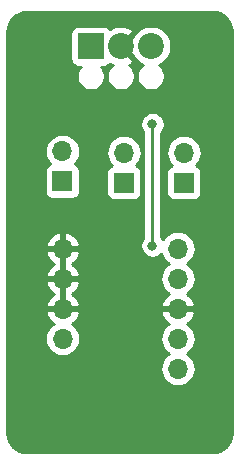
<source format=gbl>
G04 #@! TF.GenerationSoftware,KiCad,Pcbnew,(5.1.0)-1*
G04 #@! TF.CreationDate,2019-04-03T20:49:52-04:00*
G04 #@! TF.ProjectId,3wireducer_daughter,33776972-6564-4756-9365-725f64617567,rev?*
G04 #@! TF.SameCoordinates,Original*
G04 #@! TF.FileFunction,Copper,L2,Bot*
G04 #@! TF.FilePolarity,Positive*
%FSLAX46Y46*%
G04 Gerber Fmt 4.6, Leading zero omitted, Abs format (unit mm)*
G04 Created by KiCad (PCBNEW (5.1.0)-1) date 2019-04-03 20:49:52*
%MOMM*%
%LPD*%
G04 APERTURE LIST*
%ADD10O,1.700000X1.700000*%
%ADD11R,2.200000X2.200000*%
%ADD12C,2.200000*%
%ADD13R,1.700000X1.700000*%
%ADD14C,0.800000*%
%ADD15C,0.250000*%
%ADD16C,0.254000*%
G04 APERTURE END LIST*
D10*
X148590000Y-101473000D03*
X138830000Y-98933000D03*
X148590000Y-98933000D03*
X138830000Y-96393000D03*
X148590000Y-96393000D03*
X138830000Y-93853000D03*
X148590000Y-93853000D03*
X138830000Y-91313000D03*
X148590000Y-91313000D03*
D11*
X141224000Y-74168000D03*
D12*
X143764000Y-74168000D03*
X146304000Y-74168000D03*
D13*
X149098000Y-85725000D03*
D10*
X149098000Y-83185000D03*
X144018000Y-83185000D03*
D13*
X144018000Y-85725000D03*
X138811000Y-85598000D03*
D10*
X138811000Y-83058000D03*
D14*
X145034000Y-100076000D03*
X141605000Y-100076000D03*
X146431000Y-91059000D03*
X146431000Y-80772000D03*
D15*
X146431000Y-91059000D02*
X146431000Y-80772000D01*
D16*
G36*
X151826210Y-71306072D02*
G01*
X152129413Y-71397614D01*
X152409064Y-71546307D01*
X152654505Y-71746484D01*
X152856391Y-71990521D01*
X153007031Y-72269125D01*
X153100690Y-72571688D01*
X153137000Y-72917158D01*
X153137001Y-106901711D01*
X153102928Y-107249209D01*
X153011384Y-107552417D01*
X152862693Y-107832063D01*
X152662516Y-108077505D01*
X152418476Y-108279392D01*
X152139875Y-108430031D01*
X151837313Y-108523690D01*
X151491842Y-108560000D01*
X135795279Y-108560000D01*
X135447791Y-108525928D01*
X135144583Y-108434384D01*
X134864937Y-108285693D01*
X134619495Y-108085516D01*
X134417608Y-107841476D01*
X134266969Y-107562875D01*
X134173310Y-107260313D01*
X134137000Y-106914842D01*
X134137000Y-98933000D01*
X137337815Y-98933000D01*
X137366487Y-99224111D01*
X137451401Y-99504034D01*
X137589294Y-99762014D01*
X137774866Y-99988134D01*
X138000986Y-100173706D01*
X138258966Y-100311599D01*
X138538889Y-100396513D01*
X138757050Y-100418000D01*
X138902950Y-100418000D01*
X139121111Y-100396513D01*
X139401034Y-100311599D01*
X139659014Y-100173706D01*
X139885134Y-99988134D01*
X140070706Y-99762014D01*
X140208599Y-99504034D01*
X140293513Y-99224111D01*
X140322185Y-98933000D01*
X147097815Y-98933000D01*
X147126487Y-99224111D01*
X147211401Y-99504034D01*
X147349294Y-99762014D01*
X147534866Y-99988134D01*
X147760986Y-100173706D01*
X147815791Y-100203000D01*
X147760986Y-100232294D01*
X147534866Y-100417866D01*
X147349294Y-100643986D01*
X147211401Y-100901966D01*
X147126487Y-101181889D01*
X147097815Y-101473000D01*
X147126487Y-101764111D01*
X147211401Y-102044034D01*
X147349294Y-102302014D01*
X147534866Y-102528134D01*
X147760986Y-102713706D01*
X148018966Y-102851599D01*
X148298889Y-102936513D01*
X148517050Y-102958000D01*
X148662950Y-102958000D01*
X148881111Y-102936513D01*
X149161034Y-102851599D01*
X149419014Y-102713706D01*
X149645134Y-102528134D01*
X149830706Y-102302014D01*
X149968599Y-102044034D01*
X150053513Y-101764111D01*
X150082185Y-101473000D01*
X150053513Y-101181889D01*
X149968599Y-100901966D01*
X149830706Y-100643986D01*
X149645134Y-100417866D01*
X149419014Y-100232294D01*
X149364209Y-100203000D01*
X149419014Y-100173706D01*
X149645134Y-99988134D01*
X149830706Y-99762014D01*
X149968599Y-99504034D01*
X150053513Y-99224111D01*
X150082185Y-98933000D01*
X150053513Y-98641889D01*
X149968599Y-98361966D01*
X149830706Y-98103986D01*
X149645134Y-97877866D01*
X149419014Y-97692294D01*
X149354477Y-97657799D01*
X149471355Y-97588178D01*
X149687588Y-97393269D01*
X149861641Y-97159920D01*
X149986825Y-96897099D01*
X150031476Y-96749890D01*
X149910155Y-96520000D01*
X148717000Y-96520000D01*
X148717000Y-96540000D01*
X148463000Y-96540000D01*
X148463000Y-96520000D01*
X147269845Y-96520000D01*
X147148524Y-96749890D01*
X147193175Y-96897099D01*
X147318359Y-97159920D01*
X147492412Y-97393269D01*
X147708645Y-97588178D01*
X147825523Y-97657799D01*
X147760986Y-97692294D01*
X147534866Y-97877866D01*
X147349294Y-98103986D01*
X147211401Y-98361966D01*
X147126487Y-98641889D01*
X147097815Y-98933000D01*
X140322185Y-98933000D01*
X140293513Y-98641889D01*
X140208599Y-98361966D01*
X140070706Y-98103986D01*
X139885134Y-97877866D01*
X139659014Y-97692294D01*
X139594477Y-97657799D01*
X139711355Y-97588178D01*
X139927588Y-97393269D01*
X140101641Y-97159920D01*
X140226825Y-96897099D01*
X140271476Y-96749890D01*
X140150155Y-96520000D01*
X138957000Y-96520000D01*
X138957000Y-96540000D01*
X138703000Y-96540000D01*
X138703000Y-96520000D01*
X137509845Y-96520000D01*
X137388524Y-96749890D01*
X137433175Y-96897099D01*
X137558359Y-97159920D01*
X137732412Y-97393269D01*
X137948645Y-97588178D01*
X138065523Y-97657799D01*
X138000986Y-97692294D01*
X137774866Y-97877866D01*
X137589294Y-98103986D01*
X137451401Y-98361966D01*
X137366487Y-98641889D01*
X137337815Y-98933000D01*
X134137000Y-98933000D01*
X134137000Y-94209890D01*
X137388524Y-94209890D01*
X137433175Y-94357099D01*
X137558359Y-94619920D01*
X137732412Y-94853269D01*
X137948645Y-95048178D01*
X138074255Y-95123000D01*
X137948645Y-95197822D01*
X137732412Y-95392731D01*
X137558359Y-95626080D01*
X137433175Y-95888901D01*
X137388524Y-96036110D01*
X137509845Y-96266000D01*
X138703000Y-96266000D01*
X138703000Y-93980000D01*
X138957000Y-93980000D01*
X138957000Y-96266000D01*
X140150155Y-96266000D01*
X140271476Y-96036110D01*
X140226825Y-95888901D01*
X140101641Y-95626080D01*
X139927588Y-95392731D01*
X139711355Y-95197822D01*
X139585745Y-95123000D01*
X139711355Y-95048178D01*
X139927588Y-94853269D01*
X140101641Y-94619920D01*
X140226825Y-94357099D01*
X140271476Y-94209890D01*
X140150155Y-93980000D01*
X138957000Y-93980000D01*
X138703000Y-93980000D01*
X137509845Y-93980000D01*
X137388524Y-94209890D01*
X134137000Y-94209890D01*
X134137000Y-91669890D01*
X137388524Y-91669890D01*
X137433175Y-91817099D01*
X137558359Y-92079920D01*
X137732412Y-92313269D01*
X137948645Y-92508178D01*
X138074255Y-92583000D01*
X137948645Y-92657822D01*
X137732412Y-92852731D01*
X137558359Y-93086080D01*
X137433175Y-93348901D01*
X137388524Y-93496110D01*
X137509845Y-93726000D01*
X138703000Y-93726000D01*
X138703000Y-91440000D01*
X138957000Y-91440000D01*
X138957000Y-93726000D01*
X140150155Y-93726000D01*
X140271476Y-93496110D01*
X140226825Y-93348901D01*
X140101641Y-93086080D01*
X139927588Y-92852731D01*
X139711355Y-92657822D01*
X139585745Y-92583000D01*
X139711355Y-92508178D01*
X139927588Y-92313269D01*
X140101641Y-92079920D01*
X140226825Y-91817099D01*
X140271476Y-91669890D01*
X140150155Y-91440000D01*
X138957000Y-91440000D01*
X138703000Y-91440000D01*
X137509845Y-91440000D01*
X137388524Y-91669890D01*
X134137000Y-91669890D01*
X134137000Y-90956110D01*
X137388524Y-90956110D01*
X137509845Y-91186000D01*
X138703000Y-91186000D01*
X138703000Y-89992186D01*
X138957000Y-89992186D01*
X138957000Y-91186000D01*
X140150155Y-91186000D01*
X140271476Y-90956110D01*
X140226825Y-90808901D01*
X140101641Y-90546080D01*
X139927588Y-90312731D01*
X139711355Y-90117822D01*
X139461252Y-89968843D01*
X139186891Y-89871519D01*
X138957000Y-89992186D01*
X138703000Y-89992186D01*
X138473109Y-89871519D01*
X138198748Y-89968843D01*
X137948645Y-90117822D01*
X137732412Y-90312731D01*
X137558359Y-90546080D01*
X137433175Y-90808901D01*
X137388524Y-90956110D01*
X134137000Y-90956110D01*
X134137000Y-83058000D01*
X137318815Y-83058000D01*
X137347487Y-83349111D01*
X137432401Y-83629034D01*
X137570294Y-83887014D01*
X137755866Y-84113134D01*
X137785687Y-84137607D01*
X137716820Y-84158498D01*
X137606506Y-84217463D01*
X137509815Y-84296815D01*
X137430463Y-84393506D01*
X137371498Y-84503820D01*
X137335188Y-84623518D01*
X137322928Y-84748000D01*
X137322928Y-86448000D01*
X137335188Y-86572482D01*
X137371498Y-86692180D01*
X137430463Y-86802494D01*
X137509815Y-86899185D01*
X137606506Y-86978537D01*
X137716820Y-87037502D01*
X137836518Y-87073812D01*
X137961000Y-87086072D01*
X139661000Y-87086072D01*
X139785482Y-87073812D01*
X139905180Y-87037502D01*
X140015494Y-86978537D01*
X140112185Y-86899185D01*
X140191537Y-86802494D01*
X140250502Y-86692180D01*
X140286812Y-86572482D01*
X140299072Y-86448000D01*
X140299072Y-84748000D01*
X140286812Y-84623518D01*
X140250502Y-84503820D01*
X140191537Y-84393506D01*
X140112185Y-84296815D01*
X140015494Y-84217463D01*
X139905180Y-84158498D01*
X139836313Y-84137607D01*
X139866134Y-84113134D01*
X140051706Y-83887014D01*
X140189599Y-83629034D01*
X140274513Y-83349111D01*
X140290676Y-83185000D01*
X142525815Y-83185000D01*
X142554487Y-83476111D01*
X142639401Y-83756034D01*
X142777294Y-84014014D01*
X142962866Y-84240134D01*
X142992687Y-84264607D01*
X142923820Y-84285498D01*
X142813506Y-84344463D01*
X142716815Y-84423815D01*
X142637463Y-84520506D01*
X142578498Y-84630820D01*
X142542188Y-84750518D01*
X142529928Y-84875000D01*
X142529928Y-86575000D01*
X142542188Y-86699482D01*
X142578498Y-86819180D01*
X142637463Y-86929494D01*
X142716815Y-87026185D01*
X142813506Y-87105537D01*
X142923820Y-87164502D01*
X143043518Y-87200812D01*
X143168000Y-87213072D01*
X144868000Y-87213072D01*
X144992482Y-87200812D01*
X145112180Y-87164502D01*
X145222494Y-87105537D01*
X145319185Y-87026185D01*
X145398537Y-86929494D01*
X145457502Y-86819180D01*
X145493812Y-86699482D01*
X145506072Y-86575000D01*
X145506072Y-84875000D01*
X145493812Y-84750518D01*
X145457502Y-84630820D01*
X145398537Y-84520506D01*
X145319185Y-84423815D01*
X145222494Y-84344463D01*
X145112180Y-84285498D01*
X145043313Y-84264607D01*
X145073134Y-84240134D01*
X145258706Y-84014014D01*
X145396599Y-83756034D01*
X145481513Y-83476111D01*
X145510185Y-83185000D01*
X145481513Y-82893889D01*
X145396599Y-82613966D01*
X145258706Y-82355986D01*
X145073134Y-82129866D01*
X144847014Y-81944294D01*
X144589034Y-81806401D01*
X144309111Y-81721487D01*
X144090950Y-81700000D01*
X143945050Y-81700000D01*
X143726889Y-81721487D01*
X143446966Y-81806401D01*
X143188986Y-81944294D01*
X142962866Y-82129866D01*
X142777294Y-82355986D01*
X142639401Y-82613966D01*
X142554487Y-82893889D01*
X142525815Y-83185000D01*
X140290676Y-83185000D01*
X140303185Y-83058000D01*
X140274513Y-82766889D01*
X140189599Y-82486966D01*
X140051706Y-82228986D01*
X139866134Y-82002866D01*
X139640014Y-81817294D01*
X139382034Y-81679401D01*
X139102111Y-81594487D01*
X138883950Y-81573000D01*
X138738050Y-81573000D01*
X138519889Y-81594487D01*
X138239966Y-81679401D01*
X137981986Y-81817294D01*
X137755866Y-82002866D01*
X137570294Y-82228986D01*
X137432401Y-82486966D01*
X137347487Y-82766889D01*
X137318815Y-83058000D01*
X134137000Y-83058000D01*
X134137000Y-80670061D01*
X145396000Y-80670061D01*
X145396000Y-80873939D01*
X145435774Y-81073898D01*
X145513795Y-81262256D01*
X145627063Y-81431774D01*
X145671001Y-81475712D01*
X145671000Y-90355289D01*
X145627063Y-90399226D01*
X145513795Y-90568744D01*
X145435774Y-90757102D01*
X145396000Y-90957061D01*
X145396000Y-91160939D01*
X145435774Y-91360898D01*
X145513795Y-91549256D01*
X145627063Y-91718774D01*
X145771226Y-91862937D01*
X145940744Y-91976205D01*
X146129102Y-92054226D01*
X146329061Y-92094000D01*
X146532939Y-92094000D01*
X146732898Y-92054226D01*
X146921256Y-91976205D01*
X147090774Y-91862937D01*
X147178415Y-91775296D01*
X147211401Y-91884034D01*
X147349294Y-92142014D01*
X147534866Y-92368134D01*
X147760986Y-92553706D01*
X147815791Y-92583000D01*
X147760986Y-92612294D01*
X147534866Y-92797866D01*
X147349294Y-93023986D01*
X147211401Y-93281966D01*
X147126487Y-93561889D01*
X147097815Y-93853000D01*
X147126487Y-94144111D01*
X147211401Y-94424034D01*
X147349294Y-94682014D01*
X147534866Y-94908134D01*
X147760986Y-95093706D01*
X147825523Y-95128201D01*
X147708645Y-95197822D01*
X147492412Y-95392731D01*
X147318359Y-95626080D01*
X147193175Y-95888901D01*
X147148524Y-96036110D01*
X147269845Y-96266000D01*
X148463000Y-96266000D01*
X148463000Y-96246000D01*
X148717000Y-96246000D01*
X148717000Y-96266000D01*
X149910155Y-96266000D01*
X150031476Y-96036110D01*
X149986825Y-95888901D01*
X149861641Y-95626080D01*
X149687588Y-95392731D01*
X149471355Y-95197822D01*
X149354477Y-95128201D01*
X149419014Y-95093706D01*
X149645134Y-94908134D01*
X149830706Y-94682014D01*
X149968599Y-94424034D01*
X150053513Y-94144111D01*
X150082185Y-93853000D01*
X150053513Y-93561889D01*
X149968599Y-93281966D01*
X149830706Y-93023986D01*
X149645134Y-92797866D01*
X149419014Y-92612294D01*
X149364209Y-92583000D01*
X149419014Y-92553706D01*
X149645134Y-92368134D01*
X149830706Y-92142014D01*
X149968599Y-91884034D01*
X150053513Y-91604111D01*
X150082185Y-91313000D01*
X150053513Y-91021889D01*
X149968599Y-90741966D01*
X149830706Y-90483986D01*
X149645134Y-90257866D01*
X149419014Y-90072294D01*
X149161034Y-89934401D01*
X148881111Y-89849487D01*
X148662950Y-89828000D01*
X148517050Y-89828000D01*
X148298889Y-89849487D01*
X148018966Y-89934401D01*
X147760986Y-90072294D01*
X147534866Y-90257866D01*
X147349294Y-90483986D01*
X147323640Y-90531980D01*
X147234937Y-90399226D01*
X147191000Y-90355289D01*
X147191000Y-83185000D01*
X147605815Y-83185000D01*
X147634487Y-83476111D01*
X147719401Y-83756034D01*
X147857294Y-84014014D01*
X148042866Y-84240134D01*
X148072687Y-84264607D01*
X148003820Y-84285498D01*
X147893506Y-84344463D01*
X147796815Y-84423815D01*
X147717463Y-84520506D01*
X147658498Y-84630820D01*
X147622188Y-84750518D01*
X147609928Y-84875000D01*
X147609928Y-86575000D01*
X147622188Y-86699482D01*
X147658498Y-86819180D01*
X147717463Y-86929494D01*
X147796815Y-87026185D01*
X147893506Y-87105537D01*
X148003820Y-87164502D01*
X148123518Y-87200812D01*
X148248000Y-87213072D01*
X149948000Y-87213072D01*
X150072482Y-87200812D01*
X150192180Y-87164502D01*
X150302494Y-87105537D01*
X150399185Y-87026185D01*
X150478537Y-86929494D01*
X150537502Y-86819180D01*
X150573812Y-86699482D01*
X150586072Y-86575000D01*
X150586072Y-84875000D01*
X150573812Y-84750518D01*
X150537502Y-84630820D01*
X150478537Y-84520506D01*
X150399185Y-84423815D01*
X150302494Y-84344463D01*
X150192180Y-84285498D01*
X150123313Y-84264607D01*
X150153134Y-84240134D01*
X150338706Y-84014014D01*
X150476599Y-83756034D01*
X150561513Y-83476111D01*
X150590185Y-83185000D01*
X150561513Y-82893889D01*
X150476599Y-82613966D01*
X150338706Y-82355986D01*
X150153134Y-82129866D01*
X149927014Y-81944294D01*
X149669034Y-81806401D01*
X149389111Y-81721487D01*
X149170950Y-81700000D01*
X149025050Y-81700000D01*
X148806889Y-81721487D01*
X148526966Y-81806401D01*
X148268986Y-81944294D01*
X148042866Y-82129866D01*
X147857294Y-82355986D01*
X147719401Y-82613966D01*
X147634487Y-82893889D01*
X147605815Y-83185000D01*
X147191000Y-83185000D01*
X147191000Y-81475711D01*
X147234937Y-81431774D01*
X147348205Y-81262256D01*
X147426226Y-81073898D01*
X147466000Y-80873939D01*
X147466000Y-80670061D01*
X147426226Y-80470102D01*
X147348205Y-80281744D01*
X147234937Y-80112226D01*
X147090774Y-79968063D01*
X146921256Y-79854795D01*
X146732898Y-79776774D01*
X146532939Y-79737000D01*
X146329061Y-79737000D01*
X146129102Y-79776774D01*
X145940744Y-79854795D01*
X145771226Y-79968063D01*
X145627063Y-80112226D01*
X145513795Y-80281744D01*
X145435774Y-80470102D01*
X145396000Y-80670061D01*
X134137000Y-80670061D01*
X134137000Y-73068000D01*
X139485928Y-73068000D01*
X139485928Y-75268000D01*
X139498188Y-75392482D01*
X139534498Y-75512180D01*
X139593463Y-75622494D01*
X139672815Y-75719185D01*
X139769506Y-75798537D01*
X139879820Y-75857502D01*
X139999518Y-75893812D01*
X140124000Y-75906072D01*
X140350084Y-75906072D01*
X140303550Y-75952606D01*
X140173866Y-76146692D01*
X140084539Y-76362348D01*
X140039000Y-76591288D01*
X140039000Y-76824712D01*
X140084539Y-77053652D01*
X140173866Y-77269308D01*
X140303550Y-77463394D01*
X140468606Y-77628450D01*
X140662692Y-77758134D01*
X140878348Y-77847461D01*
X141107288Y-77893000D01*
X141340712Y-77893000D01*
X141569652Y-77847461D01*
X141785308Y-77758134D01*
X141979394Y-77628450D01*
X142144450Y-77463394D01*
X142274134Y-77269308D01*
X142363461Y-77053652D01*
X142409000Y-76824712D01*
X142409000Y-76591288D01*
X142363461Y-76362348D01*
X142274134Y-76146692D01*
X142144450Y-75952606D01*
X142097916Y-75906072D01*
X142324000Y-75906072D01*
X142448482Y-75893812D01*
X142568180Y-75857502D01*
X142678494Y-75798537D01*
X142775185Y-75719185D01*
X142840772Y-75639267D01*
X142844726Y-75649338D01*
X143058238Y-75754387D01*
X143008606Y-75787550D01*
X142843550Y-75952606D01*
X142713866Y-76146692D01*
X142624539Y-76362348D01*
X142579000Y-76591288D01*
X142579000Y-76824712D01*
X142624539Y-77053652D01*
X142713866Y-77269308D01*
X142843550Y-77463394D01*
X143008606Y-77628450D01*
X143202692Y-77758134D01*
X143418348Y-77847461D01*
X143647288Y-77893000D01*
X143880712Y-77893000D01*
X144109652Y-77847461D01*
X144325308Y-77758134D01*
X144519394Y-77628450D01*
X144684450Y-77463394D01*
X144814134Y-77269308D01*
X144903461Y-77053652D01*
X144949000Y-76824712D01*
X144949000Y-76591288D01*
X144903461Y-76362348D01*
X144814134Y-76146692D01*
X144684450Y-75952606D01*
X144519394Y-75787550D01*
X144475835Y-75758445D01*
X144484966Y-75755336D01*
X144683274Y-75649338D01*
X144791107Y-75374712D01*
X143764000Y-74347605D01*
X143749858Y-74361748D01*
X143570253Y-74182143D01*
X143584395Y-74168000D01*
X143943605Y-74168000D01*
X144768531Y-74992926D01*
X144956337Y-75273998D01*
X145198002Y-75515663D01*
X145482169Y-75705537D01*
X145598952Y-75753910D01*
X145548606Y-75787550D01*
X145383550Y-75952606D01*
X145253866Y-76146692D01*
X145164539Y-76362348D01*
X145119000Y-76591288D01*
X145119000Y-76824712D01*
X145164539Y-77053652D01*
X145253866Y-77269308D01*
X145383550Y-77463394D01*
X145548606Y-77628450D01*
X145742692Y-77758134D01*
X145958348Y-77847461D01*
X146187288Y-77893000D01*
X146420712Y-77893000D01*
X146649652Y-77847461D01*
X146865308Y-77758134D01*
X147059394Y-77628450D01*
X147224450Y-77463394D01*
X147354134Y-77269308D01*
X147443461Y-77053652D01*
X147489000Y-76824712D01*
X147489000Y-76591288D01*
X147443461Y-76362348D01*
X147354134Y-76146692D01*
X147224450Y-75952606D01*
X147059394Y-75787550D01*
X147009048Y-75753910D01*
X147125831Y-75705537D01*
X147409998Y-75515663D01*
X147651663Y-75273998D01*
X147841537Y-74989831D01*
X147972325Y-74674081D01*
X148039000Y-74338883D01*
X148039000Y-73997117D01*
X147972325Y-73661919D01*
X147841537Y-73346169D01*
X147651663Y-73062002D01*
X147409998Y-72820337D01*
X147125831Y-72630463D01*
X146810081Y-72499675D01*
X146474883Y-72433000D01*
X146133117Y-72433000D01*
X145797919Y-72499675D01*
X145482169Y-72630463D01*
X145198002Y-72820337D01*
X144956337Y-73062002D01*
X144768531Y-73343074D01*
X143943605Y-74168000D01*
X143584395Y-74168000D01*
X143570253Y-74153858D01*
X143749858Y-73974253D01*
X143764000Y-73988395D01*
X144791107Y-72961288D01*
X144683274Y-72686662D01*
X144376616Y-72535784D01*
X144046415Y-72447631D01*
X143705361Y-72425591D01*
X143366561Y-72470511D01*
X143043034Y-72580664D01*
X142844726Y-72686662D01*
X142840772Y-72696733D01*
X142775185Y-72616815D01*
X142678494Y-72537463D01*
X142568180Y-72478498D01*
X142448482Y-72442188D01*
X142324000Y-72429928D01*
X140124000Y-72429928D01*
X139999518Y-72442188D01*
X139879820Y-72478498D01*
X139769506Y-72537463D01*
X139672815Y-72616815D01*
X139593463Y-72713506D01*
X139534498Y-72823820D01*
X139498188Y-72943518D01*
X139485928Y-73068000D01*
X134137000Y-73068000D01*
X134137000Y-72930279D01*
X134171072Y-72582790D01*
X134262614Y-72279587D01*
X134411307Y-71999936D01*
X134611484Y-71754495D01*
X134855521Y-71552609D01*
X135134125Y-71401969D01*
X135436688Y-71308310D01*
X135782158Y-71272000D01*
X151478721Y-71272000D01*
X151826210Y-71306072D01*
X151826210Y-71306072D01*
G37*
X151826210Y-71306072D02*
X152129413Y-71397614D01*
X152409064Y-71546307D01*
X152654505Y-71746484D01*
X152856391Y-71990521D01*
X153007031Y-72269125D01*
X153100690Y-72571688D01*
X153137000Y-72917158D01*
X153137001Y-106901711D01*
X153102928Y-107249209D01*
X153011384Y-107552417D01*
X152862693Y-107832063D01*
X152662516Y-108077505D01*
X152418476Y-108279392D01*
X152139875Y-108430031D01*
X151837313Y-108523690D01*
X151491842Y-108560000D01*
X135795279Y-108560000D01*
X135447791Y-108525928D01*
X135144583Y-108434384D01*
X134864937Y-108285693D01*
X134619495Y-108085516D01*
X134417608Y-107841476D01*
X134266969Y-107562875D01*
X134173310Y-107260313D01*
X134137000Y-106914842D01*
X134137000Y-98933000D01*
X137337815Y-98933000D01*
X137366487Y-99224111D01*
X137451401Y-99504034D01*
X137589294Y-99762014D01*
X137774866Y-99988134D01*
X138000986Y-100173706D01*
X138258966Y-100311599D01*
X138538889Y-100396513D01*
X138757050Y-100418000D01*
X138902950Y-100418000D01*
X139121111Y-100396513D01*
X139401034Y-100311599D01*
X139659014Y-100173706D01*
X139885134Y-99988134D01*
X140070706Y-99762014D01*
X140208599Y-99504034D01*
X140293513Y-99224111D01*
X140322185Y-98933000D01*
X147097815Y-98933000D01*
X147126487Y-99224111D01*
X147211401Y-99504034D01*
X147349294Y-99762014D01*
X147534866Y-99988134D01*
X147760986Y-100173706D01*
X147815791Y-100203000D01*
X147760986Y-100232294D01*
X147534866Y-100417866D01*
X147349294Y-100643986D01*
X147211401Y-100901966D01*
X147126487Y-101181889D01*
X147097815Y-101473000D01*
X147126487Y-101764111D01*
X147211401Y-102044034D01*
X147349294Y-102302014D01*
X147534866Y-102528134D01*
X147760986Y-102713706D01*
X148018966Y-102851599D01*
X148298889Y-102936513D01*
X148517050Y-102958000D01*
X148662950Y-102958000D01*
X148881111Y-102936513D01*
X149161034Y-102851599D01*
X149419014Y-102713706D01*
X149645134Y-102528134D01*
X149830706Y-102302014D01*
X149968599Y-102044034D01*
X150053513Y-101764111D01*
X150082185Y-101473000D01*
X150053513Y-101181889D01*
X149968599Y-100901966D01*
X149830706Y-100643986D01*
X149645134Y-100417866D01*
X149419014Y-100232294D01*
X149364209Y-100203000D01*
X149419014Y-100173706D01*
X149645134Y-99988134D01*
X149830706Y-99762014D01*
X149968599Y-99504034D01*
X150053513Y-99224111D01*
X150082185Y-98933000D01*
X150053513Y-98641889D01*
X149968599Y-98361966D01*
X149830706Y-98103986D01*
X149645134Y-97877866D01*
X149419014Y-97692294D01*
X149354477Y-97657799D01*
X149471355Y-97588178D01*
X149687588Y-97393269D01*
X149861641Y-97159920D01*
X149986825Y-96897099D01*
X150031476Y-96749890D01*
X149910155Y-96520000D01*
X148717000Y-96520000D01*
X148717000Y-96540000D01*
X148463000Y-96540000D01*
X148463000Y-96520000D01*
X147269845Y-96520000D01*
X147148524Y-96749890D01*
X147193175Y-96897099D01*
X147318359Y-97159920D01*
X147492412Y-97393269D01*
X147708645Y-97588178D01*
X147825523Y-97657799D01*
X147760986Y-97692294D01*
X147534866Y-97877866D01*
X147349294Y-98103986D01*
X147211401Y-98361966D01*
X147126487Y-98641889D01*
X147097815Y-98933000D01*
X140322185Y-98933000D01*
X140293513Y-98641889D01*
X140208599Y-98361966D01*
X140070706Y-98103986D01*
X139885134Y-97877866D01*
X139659014Y-97692294D01*
X139594477Y-97657799D01*
X139711355Y-97588178D01*
X139927588Y-97393269D01*
X140101641Y-97159920D01*
X140226825Y-96897099D01*
X140271476Y-96749890D01*
X140150155Y-96520000D01*
X138957000Y-96520000D01*
X138957000Y-96540000D01*
X138703000Y-96540000D01*
X138703000Y-96520000D01*
X137509845Y-96520000D01*
X137388524Y-96749890D01*
X137433175Y-96897099D01*
X137558359Y-97159920D01*
X137732412Y-97393269D01*
X137948645Y-97588178D01*
X138065523Y-97657799D01*
X138000986Y-97692294D01*
X137774866Y-97877866D01*
X137589294Y-98103986D01*
X137451401Y-98361966D01*
X137366487Y-98641889D01*
X137337815Y-98933000D01*
X134137000Y-98933000D01*
X134137000Y-94209890D01*
X137388524Y-94209890D01*
X137433175Y-94357099D01*
X137558359Y-94619920D01*
X137732412Y-94853269D01*
X137948645Y-95048178D01*
X138074255Y-95123000D01*
X137948645Y-95197822D01*
X137732412Y-95392731D01*
X137558359Y-95626080D01*
X137433175Y-95888901D01*
X137388524Y-96036110D01*
X137509845Y-96266000D01*
X138703000Y-96266000D01*
X138703000Y-93980000D01*
X138957000Y-93980000D01*
X138957000Y-96266000D01*
X140150155Y-96266000D01*
X140271476Y-96036110D01*
X140226825Y-95888901D01*
X140101641Y-95626080D01*
X139927588Y-95392731D01*
X139711355Y-95197822D01*
X139585745Y-95123000D01*
X139711355Y-95048178D01*
X139927588Y-94853269D01*
X140101641Y-94619920D01*
X140226825Y-94357099D01*
X140271476Y-94209890D01*
X140150155Y-93980000D01*
X138957000Y-93980000D01*
X138703000Y-93980000D01*
X137509845Y-93980000D01*
X137388524Y-94209890D01*
X134137000Y-94209890D01*
X134137000Y-91669890D01*
X137388524Y-91669890D01*
X137433175Y-91817099D01*
X137558359Y-92079920D01*
X137732412Y-92313269D01*
X137948645Y-92508178D01*
X138074255Y-92583000D01*
X137948645Y-92657822D01*
X137732412Y-92852731D01*
X137558359Y-93086080D01*
X137433175Y-93348901D01*
X137388524Y-93496110D01*
X137509845Y-93726000D01*
X138703000Y-93726000D01*
X138703000Y-91440000D01*
X138957000Y-91440000D01*
X138957000Y-93726000D01*
X140150155Y-93726000D01*
X140271476Y-93496110D01*
X140226825Y-93348901D01*
X140101641Y-93086080D01*
X139927588Y-92852731D01*
X139711355Y-92657822D01*
X139585745Y-92583000D01*
X139711355Y-92508178D01*
X139927588Y-92313269D01*
X140101641Y-92079920D01*
X140226825Y-91817099D01*
X140271476Y-91669890D01*
X140150155Y-91440000D01*
X138957000Y-91440000D01*
X138703000Y-91440000D01*
X137509845Y-91440000D01*
X137388524Y-91669890D01*
X134137000Y-91669890D01*
X134137000Y-90956110D01*
X137388524Y-90956110D01*
X137509845Y-91186000D01*
X138703000Y-91186000D01*
X138703000Y-89992186D01*
X138957000Y-89992186D01*
X138957000Y-91186000D01*
X140150155Y-91186000D01*
X140271476Y-90956110D01*
X140226825Y-90808901D01*
X140101641Y-90546080D01*
X139927588Y-90312731D01*
X139711355Y-90117822D01*
X139461252Y-89968843D01*
X139186891Y-89871519D01*
X138957000Y-89992186D01*
X138703000Y-89992186D01*
X138473109Y-89871519D01*
X138198748Y-89968843D01*
X137948645Y-90117822D01*
X137732412Y-90312731D01*
X137558359Y-90546080D01*
X137433175Y-90808901D01*
X137388524Y-90956110D01*
X134137000Y-90956110D01*
X134137000Y-83058000D01*
X137318815Y-83058000D01*
X137347487Y-83349111D01*
X137432401Y-83629034D01*
X137570294Y-83887014D01*
X137755866Y-84113134D01*
X137785687Y-84137607D01*
X137716820Y-84158498D01*
X137606506Y-84217463D01*
X137509815Y-84296815D01*
X137430463Y-84393506D01*
X137371498Y-84503820D01*
X137335188Y-84623518D01*
X137322928Y-84748000D01*
X137322928Y-86448000D01*
X137335188Y-86572482D01*
X137371498Y-86692180D01*
X137430463Y-86802494D01*
X137509815Y-86899185D01*
X137606506Y-86978537D01*
X137716820Y-87037502D01*
X137836518Y-87073812D01*
X137961000Y-87086072D01*
X139661000Y-87086072D01*
X139785482Y-87073812D01*
X139905180Y-87037502D01*
X140015494Y-86978537D01*
X140112185Y-86899185D01*
X140191537Y-86802494D01*
X140250502Y-86692180D01*
X140286812Y-86572482D01*
X140299072Y-86448000D01*
X140299072Y-84748000D01*
X140286812Y-84623518D01*
X140250502Y-84503820D01*
X140191537Y-84393506D01*
X140112185Y-84296815D01*
X140015494Y-84217463D01*
X139905180Y-84158498D01*
X139836313Y-84137607D01*
X139866134Y-84113134D01*
X140051706Y-83887014D01*
X140189599Y-83629034D01*
X140274513Y-83349111D01*
X140290676Y-83185000D01*
X142525815Y-83185000D01*
X142554487Y-83476111D01*
X142639401Y-83756034D01*
X142777294Y-84014014D01*
X142962866Y-84240134D01*
X142992687Y-84264607D01*
X142923820Y-84285498D01*
X142813506Y-84344463D01*
X142716815Y-84423815D01*
X142637463Y-84520506D01*
X142578498Y-84630820D01*
X142542188Y-84750518D01*
X142529928Y-84875000D01*
X142529928Y-86575000D01*
X142542188Y-86699482D01*
X142578498Y-86819180D01*
X142637463Y-86929494D01*
X142716815Y-87026185D01*
X142813506Y-87105537D01*
X142923820Y-87164502D01*
X143043518Y-87200812D01*
X143168000Y-87213072D01*
X144868000Y-87213072D01*
X144992482Y-87200812D01*
X145112180Y-87164502D01*
X145222494Y-87105537D01*
X145319185Y-87026185D01*
X145398537Y-86929494D01*
X145457502Y-86819180D01*
X145493812Y-86699482D01*
X145506072Y-86575000D01*
X145506072Y-84875000D01*
X145493812Y-84750518D01*
X145457502Y-84630820D01*
X145398537Y-84520506D01*
X145319185Y-84423815D01*
X145222494Y-84344463D01*
X145112180Y-84285498D01*
X145043313Y-84264607D01*
X145073134Y-84240134D01*
X145258706Y-84014014D01*
X145396599Y-83756034D01*
X145481513Y-83476111D01*
X145510185Y-83185000D01*
X145481513Y-82893889D01*
X145396599Y-82613966D01*
X145258706Y-82355986D01*
X145073134Y-82129866D01*
X144847014Y-81944294D01*
X144589034Y-81806401D01*
X144309111Y-81721487D01*
X144090950Y-81700000D01*
X143945050Y-81700000D01*
X143726889Y-81721487D01*
X143446966Y-81806401D01*
X143188986Y-81944294D01*
X142962866Y-82129866D01*
X142777294Y-82355986D01*
X142639401Y-82613966D01*
X142554487Y-82893889D01*
X142525815Y-83185000D01*
X140290676Y-83185000D01*
X140303185Y-83058000D01*
X140274513Y-82766889D01*
X140189599Y-82486966D01*
X140051706Y-82228986D01*
X139866134Y-82002866D01*
X139640014Y-81817294D01*
X139382034Y-81679401D01*
X139102111Y-81594487D01*
X138883950Y-81573000D01*
X138738050Y-81573000D01*
X138519889Y-81594487D01*
X138239966Y-81679401D01*
X137981986Y-81817294D01*
X137755866Y-82002866D01*
X137570294Y-82228986D01*
X137432401Y-82486966D01*
X137347487Y-82766889D01*
X137318815Y-83058000D01*
X134137000Y-83058000D01*
X134137000Y-80670061D01*
X145396000Y-80670061D01*
X145396000Y-80873939D01*
X145435774Y-81073898D01*
X145513795Y-81262256D01*
X145627063Y-81431774D01*
X145671001Y-81475712D01*
X145671000Y-90355289D01*
X145627063Y-90399226D01*
X145513795Y-90568744D01*
X145435774Y-90757102D01*
X145396000Y-90957061D01*
X145396000Y-91160939D01*
X145435774Y-91360898D01*
X145513795Y-91549256D01*
X145627063Y-91718774D01*
X145771226Y-91862937D01*
X145940744Y-91976205D01*
X146129102Y-92054226D01*
X146329061Y-92094000D01*
X146532939Y-92094000D01*
X146732898Y-92054226D01*
X146921256Y-91976205D01*
X147090774Y-91862937D01*
X147178415Y-91775296D01*
X147211401Y-91884034D01*
X147349294Y-92142014D01*
X147534866Y-92368134D01*
X147760986Y-92553706D01*
X147815791Y-92583000D01*
X147760986Y-92612294D01*
X147534866Y-92797866D01*
X147349294Y-93023986D01*
X147211401Y-93281966D01*
X147126487Y-93561889D01*
X147097815Y-93853000D01*
X147126487Y-94144111D01*
X147211401Y-94424034D01*
X147349294Y-94682014D01*
X147534866Y-94908134D01*
X147760986Y-95093706D01*
X147825523Y-95128201D01*
X147708645Y-95197822D01*
X147492412Y-95392731D01*
X147318359Y-95626080D01*
X147193175Y-95888901D01*
X147148524Y-96036110D01*
X147269845Y-96266000D01*
X148463000Y-96266000D01*
X148463000Y-96246000D01*
X148717000Y-96246000D01*
X148717000Y-96266000D01*
X149910155Y-96266000D01*
X150031476Y-96036110D01*
X149986825Y-95888901D01*
X149861641Y-95626080D01*
X149687588Y-95392731D01*
X149471355Y-95197822D01*
X149354477Y-95128201D01*
X149419014Y-95093706D01*
X149645134Y-94908134D01*
X149830706Y-94682014D01*
X149968599Y-94424034D01*
X150053513Y-94144111D01*
X150082185Y-93853000D01*
X150053513Y-93561889D01*
X149968599Y-93281966D01*
X149830706Y-93023986D01*
X149645134Y-92797866D01*
X149419014Y-92612294D01*
X149364209Y-92583000D01*
X149419014Y-92553706D01*
X149645134Y-92368134D01*
X149830706Y-92142014D01*
X149968599Y-91884034D01*
X150053513Y-91604111D01*
X150082185Y-91313000D01*
X150053513Y-91021889D01*
X149968599Y-90741966D01*
X149830706Y-90483986D01*
X149645134Y-90257866D01*
X149419014Y-90072294D01*
X149161034Y-89934401D01*
X148881111Y-89849487D01*
X148662950Y-89828000D01*
X148517050Y-89828000D01*
X148298889Y-89849487D01*
X148018966Y-89934401D01*
X147760986Y-90072294D01*
X147534866Y-90257866D01*
X147349294Y-90483986D01*
X147323640Y-90531980D01*
X147234937Y-90399226D01*
X147191000Y-90355289D01*
X147191000Y-83185000D01*
X147605815Y-83185000D01*
X147634487Y-83476111D01*
X147719401Y-83756034D01*
X147857294Y-84014014D01*
X148042866Y-84240134D01*
X148072687Y-84264607D01*
X148003820Y-84285498D01*
X147893506Y-84344463D01*
X147796815Y-84423815D01*
X147717463Y-84520506D01*
X147658498Y-84630820D01*
X147622188Y-84750518D01*
X147609928Y-84875000D01*
X147609928Y-86575000D01*
X147622188Y-86699482D01*
X147658498Y-86819180D01*
X147717463Y-86929494D01*
X147796815Y-87026185D01*
X147893506Y-87105537D01*
X148003820Y-87164502D01*
X148123518Y-87200812D01*
X148248000Y-87213072D01*
X149948000Y-87213072D01*
X150072482Y-87200812D01*
X150192180Y-87164502D01*
X150302494Y-87105537D01*
X150399185Y-87026185D01*
X150478537Y-86929494D01*
X150537502Y-86819180D01*
X150573812Y-86699482D01*
X150586072Y-86575000D01*
X150586072Y-84875000D01*
X150573812Y-84750518D01*
X150537502Y-84630820D01*
X150478537Y-84520506D01*
X150399185Y-84423815D01*
X150302494Y-84344463D01*
X150192180Y-84285498D01*
X150123313Y-84264607D01*
X150153134Y-84240134D01*
X150338706Y-84014014D01*
X150476599Y-83756034D01*
X150561513Y-83476111D01*
X150590185Y-83185000D01*
X150561513Y-82893889D01*
X150476599Y-82613966D01*
X150338706Y-82355986D01*
X150153134Y-82129866D01*
X149927014Y-81944294D01*
X149669034Y-81806401D01*
X149389111Y-81721487D01*
X149170950Y-81700000D01*
X149025050Y-81700000D01*
X148806889Y-81721487D01*
X148526966Y-81806401D01*
X148268986Y-81944294D01*
X148042866Y-82129866D01*
X147857294Y-82355986D01*
X147719401Y-82613966D01*
X147634487Y-82893889D01*
X147605815Y-83185000D01*
X147191000Y-83185000D01*
X147191000Y-81475711D01*
X147234937Y-81431774D01*
X147348205Y-81262256D01*
X147426226Y-81073898D01*
X147466000Y-80873939D01*
X147466000Y-80670061D01*
X147426226Y-80470102D01*
X147348205Y-80281744D01*
X147234937Y-80112226D01*
X147090774Y-79968063D01*
X146921256Y-79854795D01*
X146732898Y-79776774D01*
X146532939Y-79737000D01*
X146329061Y-79737000D01*
X146129102Y-79776774D01*
X145940744Y-79854795D01*
X145771226Y-79968063D01*
X145627063Y-80112226D01*
X145513795Y-80281744D01*
X145435774Y-80470102D01*
X145396000Y-80670061D01*
X134137000Y-80670061D01*
X134137000Y-73068000D01*
X139485928Y-73068000D01*
X139485928Y-75268000D01*
X139498188Y-75392482D01*
X139534498Y-75512180D01*
X139593463Y-75622494D01*
X139672815Y-75719185D01*
X139769506Y-75798537D01*
X139879820Y-75857502D01*
X139999518Y-75893812D01*
X140124000Y-75906072D01*
X140350084Y-75906072D01*
X140303550Y-75952606D01*
X140173866Y-76146692D01*
X140084539Y-76362348D01*
X140039000Y-76591288D01*
X140039000Y-76824712D01*
X140084539Y-77053652D01*
X140173866Y-77269308D01*
X140303550Y-77463394D01*
X140468606Y-77628450D01*
X140662692Y-77758134D01*
X140878348Y-77847461D01*
X141107288Y-77893000D01*
X141340712Y-77893000D01*
X141569652Y-77847461D01*
X141785308Y-77758134D01*
X141979394Y-77628450D01*
X142144450Y-77463394D01*
X142274134Y-77269308D01*
X142363461Y-77053652D01*
X142409000Y-76824712D01*
X142409000Y-76591288D01*
X142363461Y-76362348D01*
X142274134Y-76146692D01*
X142144450Y-75952606D01*
X142097916Y-75906072D01*
X142324000Y-75906072D01*
X142448482Y-75893812D01*
X142568180Y-75857502D01*
X142678494Y-75798537D01*
X142775185Y-75719185D01*
X142840772Y-75639267D01*
X142844726Y-75649338D01*
X143058238Y-75754387D01*
X143008606Y-75787550D01*
X142843550Y-75952606D01*
X142713866Y-76146692D01*
X142624539Y-76362348D01*
X142579000Y-76591288D01*
X142579000Y-76824712D01*
X142624539Y-77053652D01*
X142713866Y-77269308D01*
X142843550Y-77463394D01*
X143008606Y-77628450D01*
X143202692Y-77758134D01*
X143418348Y-77847461D01*
X143647288Y-77893000D01*
X143880712Y-77893000D01*
X144109652Y-77847461D01*
X144325308Y-77758134D01*
X144519394Y-77628450D01*
X144684450Y-77463394D01*
X144814134Y-77269308D01*
X144903461Y-77053652D01*
X144949000Y-76824712D01*
X144949000Y-76591288D01*
X144903461Y-76362348D01*
X144814134Y-76146692D01*
X144684450Y-75952606D01*
X144519394Y-75787550D01*
X144475835Y-75758445D01*
X144484966Y-75755336D01*
X144683274Y-75649338D01*
X144791107Y-75374712D01*
X143764000Y-74347605D01*
X143749858Y-74361748D01*
X143570253Y-74182143D01*
X143584395Y-74168000D01*
X143943605Y-74168000D01*
X144768531Y-74992926D01*
X144956337Y-75273998D01*
X145198002Y-75515663D01*
X145482169Y-75705537D01*
X145598952Y-75753910D01*
X145548606Y-75787550D01*
X145383550Y-75952606D01*
X145253866Y-76146692D01*
X145164539Y-76362348D01*
X145119000Y-76591288D01*
X145119000Y-76824712D01*
X145164539Y-77053652D01*
X145253866Y-77269308D01*
X145383550Y-77463394D01*
X145548606Y-77628450D01*
X145742692Y-77758134D01*
X145958348Y-77847461D01*
X146187288Y-77893000D01*
X146420712Y-77893000D01*
X146649652Y-77847461D01*
X146865308Y-77758134D01*
X147059394Y-77628450D01*
X147224450Y-77463394D01*
X147354134Y-77269308D01*
X147443461Y-77053652D01*
X147489000Y-76824712D01*
X147489000Y-76591288D01*
X147443461Y-76362348D01*
X147354134Y-76146692D01*
X147224450Y-75952606D01*
X147059394Y-75787550D01*
X147009048Y-75753910D01*
X147125831Y-75705537D01*
X147409998Y-75515663D01*
X147651663Y-75273998D01*
X147841537Y-74989831D01*
X147972325Y-74674081D01*
X148039000Y-74338883D01*
X148039000Y-73997117D01*
X147972325Y-73661919D01*
X147841537Y-73346169D01*
X147651663Y-73062002D01*
X147409998Y-72820337D01*
X147125831Y-72630463D01*
X146810081Y-72499675D01*
X146474883Y-72433000D01*
X146133117Y-72433000D01*
X145797919Y-72499675D01*
X145482169Y-72630463D01*
X145198002Y-72820337D01*
X144956337Y-73062002D01*
X144768531Y-73343074D01*
X143943605Y-74168000D01*
X143584395Y-74168000D01*
X143570253Y-74153858D01*
X143749858Y-73974253D01*
X143764000Y-73988395D01*
X144791107Y-72961288D01*
X144683274Y-72686662D01*
X144376616Y-72535784D01*
X144046415Y-72447631D01*
X143705361Y-72425591D01*
X143366561Y-72470511D01*
X143043034Y-72580664D01*
X142844726Y-72686662D01*
X142840772Y-72696733D01*
X142775185Y-72616815D01*
X142678494Y-72537463D01*
X142568180Y-72478498D01*
X142448482Y-72442188D01*
X142324000Y-72429928D01*
X140124000Y-72429928D01*
X139999518Y-72442188D01*
X139879820Y-72478498D01*
X139769506Y-72537463D01*
X139672815Y-72616815D01*
X139593463Y-72713506D01*
X139534498Y-72823820D01*
X139498188Y-72943518D01*
X139485928Y-73068000D01*
X134137000Y-73068000D01*
X134137000Y-72930279D01*
X134171072Y-72582790D01*
X134262614Y-72279587D01*
X134411307Y-71999936D01*
X134611484Y-71754495D01*
X134855521Y-71552609D01*
X135134125Y-71401969D01*
X135436688Y-71308310D01*
X135782158Y-71272000D01*
X151478721Y-71272000D01*
X151826210Y-71306072D01*
M02*

</source>
